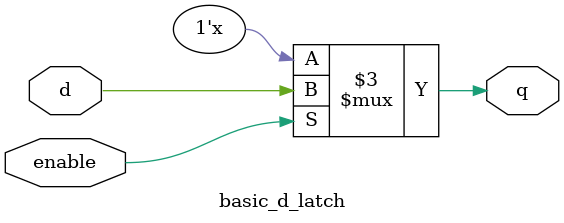
<source format=sv>
module basic_d_latch (
    input wire d,
    input wire enable,
    output reg q
);
    always @* begin
        if (enable)
            q = d;
    end
endmodule
</source>
